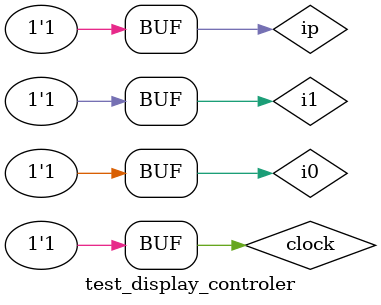
<source format=v>
`timescale 1ns / 1ps


module test_display_controler;

	// Inputs
	reg i0;
	reg i1;
	reg ip;
	reg clock;

	// Outputs
	wire a;
	wire b;
	wire c;
	wire d;
	wire e;
	wire f;
	wire g;

	// Instantiate the Unit Under Test (UUT)
	displa_controler_vm uut (
		.a(a), 
		.b(b), 
		.c(c), 
		.d(d), 
		.e(e), 
		.f(f), 
		.g(g), 
		.i0(i0), 
		.i1(i1), 
		.ip(ip), 
		.clock(clock)
	);

	initial begin
	//sin intermitencia
		// piso 1
		i0 = 1;
		i1 = 0;
		ip = 0;
		#100;
      // piso 2
		i0 = 0;
		i1 = 1;
		ip = 0;
		#100;
		// piso 3
		i0 = 1;
		i1 = 1;
		ip = 0;
		#100;
	//con intermitencia
		// piso 1
		i0 = 1;
		i1 = 0;
		ip = 1;
		#100;
      // piso 2
		i0 = 0;
		i1 = 1;
		ip = 1;
		#100;
		// piso 3
		i0 = 1;
		i1 = 1;
		ip = 1;
		#100;

	end
   
   //simulacion de un clock	
		   parameter PERIOD = 25;
   always begin
      clock = 1'b0;
      #(PERIOD/2) clock = 1'b1;
      #(PERIOD/2);
   end 
	//fin simulacion de un clock
	
endmodule


</source>
